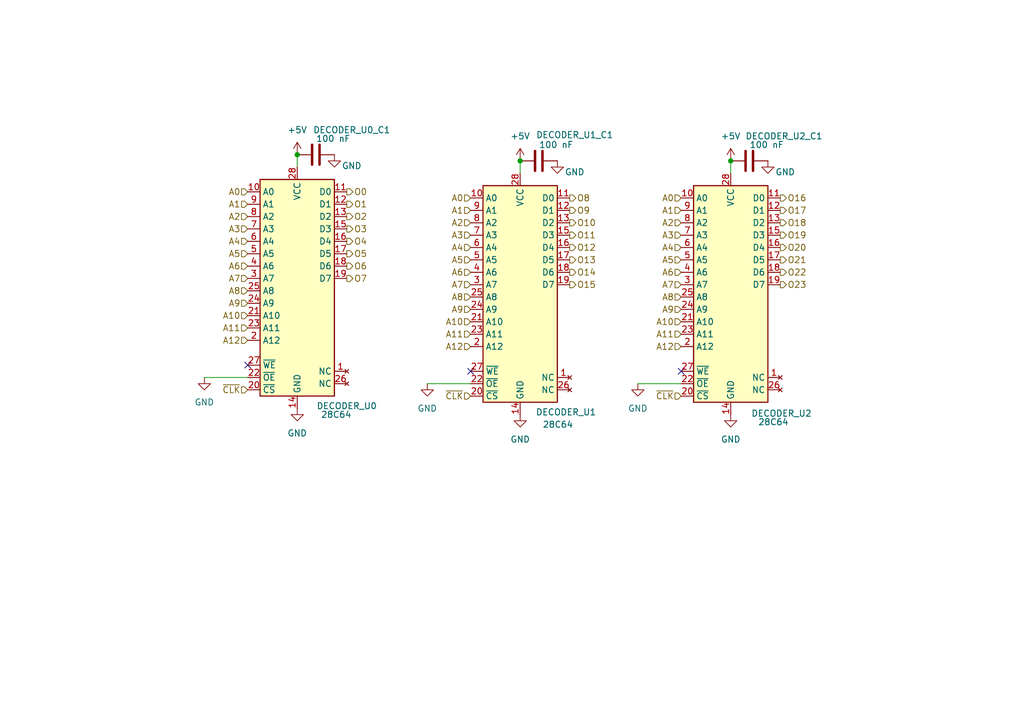
<source format=kicad_sch>
(kicad_sch (version 20250114) (generator "eeschema") (generator_version "9.0")
  (paper "A5")
  (title_block (title "13x24 bit rom") (date "2025-09-16") (rev "1") (company "Sergio Miguéns Iglesias"))
  (lib_symbols
    (symbol "28C64_1"
      (symbol "28C64_1_1_1"
        (rectangle (start -7.62 21.59) (end 7.62 -22.86) (stroke (width 0.254)) (fill (type background)))
        (pin input line (at -10.16 19.05 0) (length 2.54) (name "A0") (number "10"))
        (pin input line (at -10.16 16.51 0) (length 2.54) (name "A1") (number "9"))
        (pin input line (at -10.16 13.97 0) (length 2.54) (name "A2") (number "8"))
        (pin input line (at -10.16 11.43 0) (length 2.54) (name "A3") (number "7"))
        (pin input line (at -10.16 8.89 0) (length 2.54) (name "A4") (number "6"))
        (pin input line (at -10.16 6.35 0) (length 2.54) (name "A5") (number "5"))
        (pin input line (at -10.16 3.81 0) (length 2.54) (name "A6") (number "4"))
        (pin input line (at -10.16 1.27 0) (length 2.54) (name "A7") (number "3"))
        (pin input line (at -10.16 -1.27 0) (length 2.54) (name "A8") (number "25"))
        (pin input line (at -10.16 -3.81 0) (length 2.54) (name "A9") (number "24"))
        (pin input line (at -10.16 -6.35 0) (length 2.54) (name "A10") (number "21"))
        (pin input line (at -10.16 -8.89 0) (length 2.54) (name "A11") (number "23"))
        (pin input line (at -10.16 -11.43 0) (length 2.54) (name "A12") (number "2"))
        (pin input line (at -10.16 -16.51 0) (length 2.54) (name "~{WE}") (number "27"))
        (pin input line (at -10.16 -19.05 0) (length 2.54) (name "~{OE}") (number "22"))
        (pin input line (at -10.16 -21.59 0) (length 2.54) (name "~{CS}") (number "20"))
        (pin power_in line (at 0 24.13 270) (length 2.54) (name "VCC") (number "28"))
        (pin power_in line (at 0 -25.4 90) (length 2.54) (name "GND") (number "14"))
        (pin tri_state line (at 10.16 19.05 180) (length 2.54) (name "D0") (number "11"))
        (pin tri_state line (at 10.16 16.51 180) (length 2.54) (name "D1") (number "12"))
        (pin tri_state line (at 10.16 13.97 180) (length 2.54) (name "D2") (number "13"))
        (pin tri_state line (at 10.16 11.43 180) (length 2.54) (name "D3") (number "15"))
        (pin tri_state line (at 10.16 8.89 180) (length 2.54) (name "D4") (number "16"))
        (pin tri_state line (at 10.16 6.35 180) (length 2.54) (name "D5") (number "17"))
        (pin tri_state line (at 10.16 3.81 180) (length 2.54) (name "D6") (number "18"))
        (pin tri_state line (at 10.16 1.27 180) (length 2.54) (name "D7") (number "19"))
        (pin no_connect line (at 10.16 -17.78 180) (length 2.54) (name "NC") (number "1"))
        (pin no_connect line (at 10.16 -20.32 180) (length 2.54) (name "NC") (number "26"))
      )
    )
    (symbol "28C64_2"
      (symbol "28C64_2_1_1"
        (rectangle (start -7.62 21.59) (end 7.62 -22.86) (stroke (width 0.254)) (fill (type background)))
        (pin input line (at -10.16 19.05 0) (length 2.54) (name "A0") (number "10"))
        (pin input line (at -10.16 16.51 0) (length 2.54) (name "A1") (number "9"))
        (pin input line (at -10.16 13.97 0) (length 2.54) (name "A2") (number "8"))
        (pin input line (at -10.16 11.43 0) (length 2.54) (name "A3") (number "7"))
        (pin input line (at -10.16 8.89 0) (length 2.54) (name "A4") (number "6"))
        (pin input line (at -10.16 6.35 0) (length 2.54) (name "A5") (number "5"))
        (pin input line (at -10.16 3.81 0) (length 2.54) (name "A6") (number "4"))
        (pin input line (at -10.16 1.27 0) (length 2.54) (name "A7") (number "3"))
        (pin input line (at -10.16 -1.27 0) (length 2.54) (name "A8") (number "25"))
        (pin input line (at -10.16 -3.81 0) (length 2.54) (name "A9") (number "24"))
        (pin input line (at -10.16 -6.35 0) (length 2.54) (name "A10") (number "21"))
        (pin input line (at -10.16 -8.89 0) (length 2.54) (name "A11") (number "23"))
        (pin input line (at -10.16 -11.43 0) (length 2.54) (name "A12") (number "2"))
        (pin input line (at -10.16 -16.51 0) (length 2.54) (name "~{WE}") (number "27"))
        (pin input line (at -10.16 -19.05 0) (length 2.54) (name "~{OE}") (number "22"))
        (pin input line (at -10.16 -21.59 0) (length 2.54) (name "~{CS}") (number "20"))
        (pin power_in line (at 0 24.13 270) (length 2.54) (name "VCC") (number "28"))
        (pin power_in line (at 0 -25.4 90) (length 2.54) (name "GND") (number "14"))
        (pin tri_state line (at 10.16 19.05 180) (length 2.54) (name "D0") (number "11"))
        (pin tri_state line (at 10.16 16.51 180) (length 2.54) (name "D1") (number "12"))
        (pin tri_state line (at 10.16 13.97 180) (length 2.54) (name "D2") (number "13"))
        (pin tri_state line (at 10.16 11.43 180) (length 2.54) (name "D3") (number "15"))
        (pin tri_state line (at 10.16 8.89 180) (length 2.54) (name "D4") (number "16"))
        (pin tri_state line (at 10.16 6.35 180) (length 2.54) (name "D5") (number "17"))
        (pin tri_state line (at 10.16 3.81 180) (length 2.54) (name "D6") (number "18"))
        (pin tri_state line (at 10.16 1.27 180) (length 2.54) (name "D7") (number "19"))
        (pin no_connect line (at 10.16 -17.78 180) (length 2.54) (name "NC") (number "1"))
        (pin no_connect line (at 10.16 -20.32 180) (length 2.54) (name "NC") (number "26"))
      )
    )
    (symbol "Device:C" (pin_numbers (hide yes)) (pin_names (offset 0.254))
      (property "Reference" "C" (at 0.635 2.54 0))
      (property "Value" "C" (at 0.635 -2.54 0))
      (symbol "C_0_1"
        (polyline (pts (xy -2.032 0.762) (xy 2.032 0.762)) (stroke (width 0.508)))
        (polyline (pts (xy -2.032 -0.762) (xy 2.032 -0.762)) (stroke (width 0.508)))
      )
      (symbol "C_1_1"
        (pin passive line (at 0 3.81 270) (length 2.794) (name "~") (number "1"))
        (pin passive line (at 0 -3.81 90) (length 2.794) (name "~") (number "2"))
      )
    )
    (symbol "custom:28C64"
      (symbol "28C64_1_1"
        (rectangle (start -7.62 21.59) (end 7.62 -22.86) (stroke (width 0.254)) (fill (type background)))
        (pin input line (at -10.16 19.05 0) (length 2.54) (name "A0") (number "10"))
        (pin input line (at -10.16 16.51 0) (length 2.54) (name "A1") (number "9"))
        (pin input line (at -10.16 13.97 0) (length 2.54) (name "A2") (number "8"))
        (pin input line (at -10.16 11.43 0) (length 2.54) (name "A3") (number "7"))
        (pin input line (at -10.16 8.89 0) (length 2.54) (name "A4") (number "6"))
        (pin input line (at -10.16 6.35 0) (length 2.54) (name "A5") (number "5"))
        (pin input line (at -10.16 3.81 0) (length 2.54) (name "A6") (number "4"))
        (pin input line (at -10.16 1.27 0) (length 2.54) (name "A7") (number "3"))
        (pin input line (at -10.16 -1.27 0) (length 2.54) (name "A8") (number "25"))
        (pin input line (at -10.16 -3.81 0) (length 2.54) (name "A9") (number "24"))
        (pin input line (at -10.16 -6.35 0) (length 2.54) (name "A10") (number "21"))
        (pin input line (at -10.16 -8.89 0) (length 2.54) (name "A11") (number "23"))
        (pin input line (at -10.16 -11.43 0) (length 2.54) (name "A12") (number "2"))
        (pin input line (at -10.16 -16.51 0) (length 2.54) (name "~{WE}") (number "27"))
        (pin input line (at -10.16 -19.05 0) (length 2.54) (name "~{OE}") (number "22"))
        (pin input line (at -10.16 -21.59 0) (length 2.54) (name "~{CS}") (number "20"))
        (pin power_in line (at 0 24.13 270) (length 2.54) (name "VCC") (number "28"))
        (pin power_in line (at 0 -25.4 90) (length 2.54) (name "GND") (number "14"))
        (pin tri_state line (at 10.16 19.05 180) (length 2.54) (name "D0") (number "11"))
        (pin tri_state line (at 10.16 16.51 180) (length 2.54) (name "D1") (number "12"))
        (pin tri_state line (at 10.16 13.97 180) (length 2.54) (name "D2") (number "13"))
        (pin tri_state line (at 10.16 11.43 180) (length 2.54) (name "D3") (number "15"))
        (pin tri_state line (at 10.16 8.89 180) (length 2.54) (name "D4") (number "16"))
        (pin tri_state line (at 10.16 6.35 180) (length 2.54) (name "D5") (number "17"))
        (pin tri_state line (at 10.16 3.81 180) (length 2.54) (name "D6") (number "18"))
        (pin tri_state line (at 10.16 1.27 180) (length 2.54) (name "D7") (number "19"))
        (pin no_connect line (at 10.16 -17.78 180) (length 2.54) (name "NC") (number "1"))
        (pin no_connect line (at 10.16 -20.32 180) (length 2.54) (name "NC") (number "26"))
      )
    )
    (symbol "power:+5V" (power) (pin_numbers (hide yes)) (pin_names (offset 0) (hide yes))
      (property "Value" "+5V" (at 0 3.556 0))
      (symbol "+5V_0_1"
        (polyline (pts (xy -0.762 1.27) (xy 0 2.54)))
        (polyline (pts (xy 0 2.54) (xy 0.762 1.27)))
        (polyline (pts (xy 0 0) (xy 0 2.54)))
      )
      (symbol "+5V_1_1"
        (pin power_in line (at 0 0 90) (length 0) (name "~") (number "1"))
      )
    )
    (symbol "power:GND" (power) (pin_numbers (hide yes)) (pin_names (offset 0) (hide yes))
      (property "Value" "GND" (at 0 -3.81 0))
      (symbol "GND_0_1"
        (polyline (pts (xy 0 0) (xy 0 -1.27) (xy 1.27 -1.27) (xy 0 -2.54) (xy -1.27 -1.27) (xy 0 -1.27)))
      )
      (symbol "GND_1_1"
        (pin power_in line (at 0 0 270) (length 0) (name "~") (number "1"))
      )
    )
  )
  (junction (at 106.68 33.02))
  (junction (at 60.96 31.75))
  (junction (at 149.86 33.02))
  (no_connect (at 139.7 76.2))
  (no_connect (at 96.52 76.2))
  (no_connect (at 50.8 74.93))
  (wire (pts (xy 41.91 77.47) (xy 50.8 77.47)))
  (wire (pts (xy 87.63 78.74) (xy 96.52 78.74)))
  (wire (pts (xy 149.86 33.02) (xy 149.86 35.56)))
  (wire (pts (xy 106.68 33.02) (xy 106.68 35.56)))
  (wire (pts (xy 60.96 31.75) (xy 60.96 34.29)))
  (wire (pts (xy 130.81 78.74) (xy 139.7 78.74)))
  (hierarchical_label "A7" (shape input) (at 50.8 57.15 180))
  (hierarchical_label "O16" (shape output) (at 160.02 40.64 0))
  (hierarchical_label "A7" (shape input) (at 139.7 58.42 180))
  (hierarchical_label "A5" (shape input) (at 96.52 53.34 180))
  (hierarchical_label "A1" (shape input) (at 50.8 41.91 180))
  (hierarchical_label "A1" (shape input) (at 96.52 43.18 180))
  (hierarchical_label "~{CLK}" (shape input) (at 96.52 81.28 180))
  (hierarchical_label "O6" (shape output) (at 71.12 54.61 0))
  (hierarchical_label "A5" (shape input) (at 50.8 52.07 180))
  (hierarchical_label "A12" (shape input) (at 50.8 69.85 180))
  (hierarchical_label "O19" (shape output) (at 160.02 48.26 0))
  (hierarchical_label "O13" (shape output) (at 116.84 53.34 0))
  (hierarchical_label "O20" (shape output) (at 160.02 50.8 0))
  (hierarchical_label "O12" (shape output) (at 116.84 50.8 0))
  (hierarchical_label "A10" (shape input) (at 139.7 66.04 180))
  (hierarchical_label "A9" (shape input) (at 50.8 62.23 180))
  (hierarchical_label "O9" (shape output) (at 116.84 43.18 0))
  (hierarchical_label "A8" (shape input) (at 96.52 60.96 180))
  (hierarchical_label "O22" (shape output) (at 160.02 55.88 0))
  (hierarchical_label "O5" (shape output) (at 71.12 52.07 0))
  (hierarchical_label "A1" (shape input) (at 139.7 43.18 180))
  (hierarchical_label "A2" (shape input) (at 50.8 44.45 180))
  (hierarchical_label "A6" (shape input) (at 139.7 55.88 180))
  (hierarchical_label "A0" (shape input) (at 50.8 39.37 180))
  (hierarchical_label "A2" (shape input) (at 96.52 45.72 180))
  (hierarchical_label "~{CLK}" (shape input) (at 50.8 80.01 180))
  (hierarchical_label "A3" (shape input) (at 50.8 46.99 180))
  (hierarchical_label "A4" (shape input) (at 139.7 50.8 180))
  (hierarchical_label "A4" (shape input) (at 96.52 50.8 180))
  (hierarchical_label "O2" (shape output) (at 71.12 44.45 0))
  (hierarchical_label "O11" (shape output) (at 116.84 48.26 0))
  (hierarchical_label "A10" (shape input) (at 50.8 64.77 180))
  (hierarchical_label "A5" (shape input) (at 139.7 53.34 180))
  (hierarchical_label "A3" (shape input) (at 139.7 48.26 180))
  (hierarchical_label "O1" (shape output) (at 71.12 41.91 0))
  (hierarchical_label "~{CLK}" (shape input) (at 139.7 81.28 180))
  (hierarchical_label "O21" (shape output) (at 160.02 53.34 0))
  (hierarchical_label "O15" (shape output) (at 116.84 58.42 0))
  (hierarchical_label "A9" (shape input) (at 139.7 63.5 180))
  (hierarchical_label "A4" (shape input) (at 50.8 49.53 180))
  (hierarchical_label "O23" (shape output) (at 160.02 58.42 0))
  (hierarchical_label "O10" (shape output) (at 116.84 45.72 0))
  (hierarchical_label "A11" (shape input) (at 96.52 68.58 180))
  (hierarchical_label "A8" (shape input) (at 139.7 60.96 180))
  (hierarchical_label "A10" (shape input) (at 96.52 66.04 180))
  (hierarchical_label "A9" (shape input) (at 96.52 63.5 180))
  (hierarchical_label "A11" (shape input) (at 50.8 67.31 180))
  (hierarchical_label "O8" (shape output) (at 116.84 40.64 0))
  (hierarchical_label "O7" (shape output) (at 71.12 57.15 0))
  (hierarchical_label "O14" (shape output) (at 116.84 55.88 0))
  (hierarchical_label "A0" (shape input) (at 139.7 40.64 180))
  (hierarchical_label "A6" (shape input) (at 96.52 55.88 180))
  (hierarchical_label "A6" (shape input) (at 50.8 54.61 180))
  (hierarchical_label "A0" (shape input) (at 96.52 40.64 180))
  (hierarchical_label "O0" (shape output) (at 71.12 39.37 0))
  (hierarchical_label "A3" (shape input) (at 96.52 48.26 180))
  (hierarchical_label "O4" (shape output) (at 71.12 49.53 0))
  (hierarchical_label "A12" (shape input) (at 96.52 71.12 180))
  (hierarchical_label "A8" (shape input) (at 50.8 59.69 180))
  (hierarchical_label "A11" (shape input) (at 139.7 68.58 180))
  (hierarchical_label "O3" (shape output) (at 71.12 46.99 0))
  (hierarchical_label "A2" (shape input) (at 139.7 45.72 180))
  (hierarchical_label "O17" (shape output) (at 160.02 43.18 0))
  (hierarchical_label "A12" (shape input) (at 139.7 71.12 180))
  (hierarchical_label "A7" (shape input) (at 96.52 58.42 180))
  (hierarchical_label "O18" (shape output) (at 160.02 45.72 0))
  (symbol (lib_id "power:GND") (at 114.3 33.02 0) (unit 1)
    (property "Reference" "#PWR0173" (effects (hide yes)))
    (property "Value" "GND" (at 117.856 35.306 0))
    (property "Description" "Power symbol creates a global label with name \"GND\" , ground" (effects (hide yes)))
  )
  (symbol (lib_id "power:GND") (at 106.68 85.09 0) (unit 1)
    (property "Reference" "#PWR012" (effects (hide yes)))
    (property "Value" "GND" (at 106.68 90.17 0))
    (property "Description" "Power symbol creates a global label with name \"GND\" , ground" (effects (hide yes)))
  )
  (symbol (lib_id "power:GND") (at 60.96 83.82 0) (unit 1)
    (property "Reference" "#PWR09" (effects (hide yes)))
    (property "Value" "GND" (at 60.96 88.9 0))
    (property "Description" "Power symbol creates a global label with name \"GND\" , ground" (effects (hide yes)))
  )
  (symbol (lib_id "power:GND") (at 87.63 78.74 0) (unit 1)
    (property "Reference" "#PWR010" (effects (hide yes)))
    (property "Value" "GND" (at 87.63 83.82 0))
    (property "Description" "Power symbol creates a global label with name \"GND\" , ground" (effects (hide yes)))
  )
  (symbol (lib_id "power:GND") (at 130.81 78.74 0) (unit 1)
    (property "Reference" "#PWR013" (effects (hide yes)))
    (property "Value" "GND" (at 130.81 83.82 0))
    (property "Description" "Power symbol creates a global label with name \"GND\" , ground" (effects (hide yes)))
  )
  (symbol (lib_id "Device:C") (at 64.77 31.75 90) (unit 1)
    (property "Reference" "DECODER_U0_C1" (at 72.136 26.67 90))
    (property "Value" "100 nF" (at 68.326 28.448 90))
    (property "Footprint" "Capacitor_THT:C_Disc_D3.0mm_W1.6mm_P2.50mm" (effects (hide yes)))
    (property "Description" "Unpolarized capacitor" (effects (hide yes)))
  )
  (symbol (lib_id "power:+5V") (at 60.96 31.75 0) (unit 1)
    (property "Reference" "#PWR0197" (effects (hide yes)))
    (property "Value" "+5V" (at 60.96 26.67 0))
    (property "Description" "Power symbol creates a global label with name \"+5V\"" (effects (hide yes)))
  )
  (symbol (lib_id "power:+5V") (at 106.68 33.02 0) (unit 1)
    (property "Reference" "#PWR011" (effects (hide yes)))
    (property "Value" "+5V" (at 106.68 27.94 0))
    (property "Description" "Power symbol creates a global label with name \"+5V\"" (effects (hide yes)))
  )
  (symbol (lib_id "power:GND") (at 41.91 77.47 0) (unit 1)
    (property "Reference" "#PWR0198" (effects (hide yes)))
    (property "Value" "GND" (at 41.91 82.55 0))
    (property "Description" "Power symbol creates a global label with name \"GND\" , ground" (effects (hide yes)))
  )
  (symbol (lib_id "Device:C") (at 153.67 33.02 90) (unit 1)
    (property "Reference" "DECODER_U2_C1" (at 160.782 27.94 90))
    (property "Value" "100 nF" (at 157.226 29.718 90))
    (property "Footprint" "Capacitor_THT:C_Disc_D3.0mm_W1.6mm_P2.50mm" (effects (hide yes)))
    (property "Description" "Unpolarized capacitor" (effects (hide yes)))
  )
  (symbol (lib_name "28C64_1") (lib_id "custom:28C64") (at 60.96 58.42 0) (unit 1)
    (property "Reference" "DECODER_U0" (at 71.12 83.312 0))
    (property "Value" "28C64" (at 65.786 85.09 0) (effects (justify left)))
    (property "Footprint" "Package_DIP:DIP-28_W15.24mm" (effects (hide yes)))
    (property "Datasheet" "http://ww1.microchip.com/downloads/en/DeviceDoc/doc0006.pdf" (effects (hide yes)))
    (property "Description" "Paged Parallel EEPROM 256Kb (32K x 8), DIP-28/SOIC-28" (effects (hide yes)))
  )
  (symbol (lib_id "Device:C") (at 110.49 33.02 90) (unit 1)
    (property "Reference" "DECODER_U1_C1" (at 117.856 27.686 90))
    (property "Value" "100 nF" (at 114.046 29.718 90))
    (property "Footprint" "Capacitor_THT:C_Disc_D3.0mm_W1.6mm_P2.50mm" (effects (hide yes)))
    (property "Description" "Unpolarized capacitor" (effects (hide yes)))
  )
  (symbol (lib_id "power:GND") (at 68.58 31.75 0) (unit 1)
    (property "Reference" "#PWR0172" (effects (hide yes)))
    (property "Value" "GND" (at 72.136 34.036 0))
    (property "Description" "Power symbol creates a global label with name \"GND\" , ground" (effects (hide yes)))
  )
  (symbol (lib_id "power:GND") (at 149.86 85.09 0) (unit 1)
    (property "Reference" "#PWR016" (effects (hide yes)))
    (property "Value" "GND" (at 149.86 90.17 0))
    (property "Description" "Power symbol creates a global label with name \"GND\" , ground" (effects (hide yes)))
  )
  (symbol (lib_id "power:GND") (at 157.48 33.02 0) (unit 1)
    (property "Reference" "#PWR0174" (effects (hide yes)))
    (property "Value" "GND" (at 161.036 35.306 0))
    (property "Description" "Power symbol creates a global label with name \"GND\" , ground" (effects (hide yes)))
  )
  (symbol (lib_id "custom:28C64") (at 149.86 59.69 0) (unit 1)
    (property "Reference" "DECODER_U2" (at 160.274 84.836 0))
    (property "Value" "28C64" (at 155.448 86.614 0) (effects (justify left)))
    (property "Footprint" "Package_DIP:DIP-28_W15.24mm" (effects (hide yes)))
    (property "Datasheet" "http://ww1.microchip.com/downloads/en/DeviceDoc/doc0006.pdf" (effects (hide yes)))
    (property "Description" "Paged Parallel EEPROM 256Kb (32K x 8), DIP-28/SOIC-28" (effects (hide yes)))
  )
  (symbol (lib_name "28C64_2") (lib_id "custom:28C64") (at 106.68 59.69 0) (unit 1)
    (property "Reference" "DECODER_U1" (at 116.078 84.582 0))
    (property "Value" "28C64" (at 111.252 87.122 0) (effects (justify left)))
    (property "Footprint" "Package_DIP:DIP-28_W15.24mm" (effects (hide yes)))
    (property "Datasheet" "http://ww1.microchip.com/downloads/en/DeviceDoc/doc0006.pdf" (effects (hide yes)))
    (property "Description" "Paged Parallel EEPROM 256Kb (32K x 8), DIP-28/SOIC-28" (effects (hide yes)))
  )
  (symbol (lib_id "power:+5V") (at 149.86 33.02 0) (unit 1)
    (property "Reference" "#PWR014" (effects (hide yes)))
    (property "Value" "+5V" (at 149.86 27.94 0))
    (property "Description" "Power symbol creates a global label with name \"+5V\"" (effects (hide yes)))
  )
)
</source>
